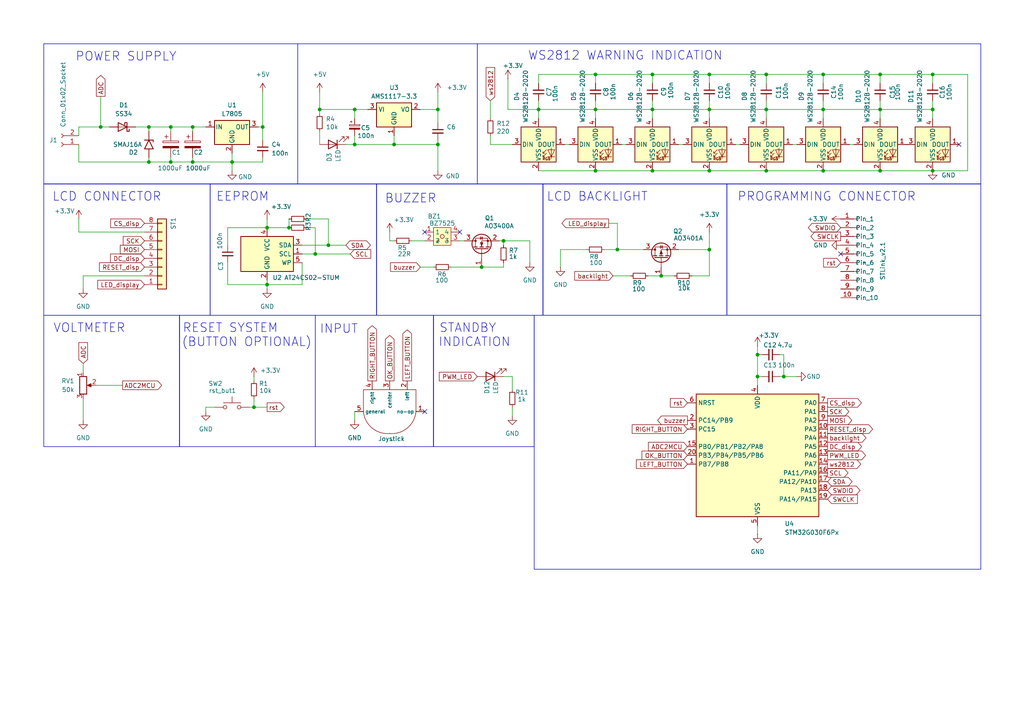
<source format=kicad_sch>
(kicad_sch (version 20250114) (generator "eeschema") (generator_version "9.0")
  (paper "A4")
  (rectangle (start 52.07 91.44) (end 91.44 129.54))
  (rectangle (start 12.7 12.7) (end 86.36 53.34))
  (rectangle (start 91.44 91.44) (end 125.73 129.54))
  (rectangle (start 154.94 91.44) (end 284.48 165.1))
  (rectangle (start 12.7 91.44) (end 52.07 129.54))
  (rectangle (start 109.22 53.34) (end 157.48 91.44))
  (rectangle (start 12.7 53.34) (end 60.96 91.44))
  (rectangle (start 86.36 12.7) (end 138.43 53.34))
  (rectangle (start 125.73 91.44) (end 154.94 129.54))
  (rectangle (start 157.48 53.34) (end 210.82 91.44))
  (rectangle (start 60.96 53.34) (end 109.22 91.44))
  (rectangle (start 138.43 12.7) (end 284.48 53.34))
  (rectangle (start 210.82 53.34) (end 284.48 91.44))
  (text "EEPROM" (at 70.358 57.15 0) (effects (font (size 2.54 2.54))))
  (text "PROGRAMMING CONNECTOR\n" (at 239.776 57.15 0) (effects (font (size 2.54 2.54))))
  (text "POWER SUPPLY" (at 36.576 16.51 0) (effects (font (size 2.54 2.54))))
  (text "LCD BACKLIGHT" (at 173.228 57.15 0) (effects (font (size 2.54 2.54))))
  (text "VOLTMETER" (at 25.908 95.25 0) (effects (font (size 2.54 2.54))))
  (text "WS2812 WARNING INDICATION" (at 181.356 16.256 0) (effects (font (size 2.54 2.54))))
  (text "RESET SYSTEM\n	(BUTTON OPTIONAL)" (at 66.802 97.282 0) (effects (font (size 2.54 2.54))))
  (text "INPUT" (at 98.298 95.504 0) (effects (font (size 2.54 2.54))))
  (text "BUZZER" (at 119.126 57.658 0) (effects (font (size 2.54 2.54))))
  (text "STANDBY \n INDICATION" (at 136.652 97.282 0) (effects (font (size 2.54 2.54))))
  (text "LCD CONNECTOR" (at 30.988 57.15 0) (effects (font (size 2.54 2.54))))
  (junction (at 127 41.91))
  (junction (at 76.2 36.83))
  (junction (at 127 31.75))
  (junction (at 172.72 49.53))
  (junction (at 49.53 46.99))
  (junction (at 179.07 72.39))
  (junction (at 95.25 71.12))
  (junction (at 172.72 21.59))
  (junction (at 205.74 72.39))
  (junction (at 49.53 36.83))
  (junction (at 55.88 46.99))
  (junction (at 77.47 66.04))
  (junction (at 238.76 49.53))
  (junction (at 146.05 69.85))
  (junction (at 172.72 31.75))
  (junction (at 222.25 31.75))
  (junction (at 91.44 73.66))
  (junction (at 255.27 31.75))
  (junction (at 222.25 21.59))
  (junction (at 114.3 41.91))
  (junction (at 77.47 82.55))
  (junction (at 255.27 49.53))
  (junction (at 227.33 109.22))
  (junction (at 189.23 21.59))
  (junction (at 270.51 21.59))
  (junction (at 102.87 41.91))
  (junction (at 205.74 21.59))
  (junction (at 43.18 46.99))
  (junction (at 55.88 36.83))
  (junction (at 29.21 36.83))
  (junction (at 43.18 36.83))
  (junction (at 189.23 31.75))
  (junction (at 255.27 21.59))
  (junction (at 205.74 31.75))
  (junction (at 83.82 66.04))
  (junction (at 92.71 31.75))
  (junction (at 222.25 49.53))
  (junction (at 189.23 49.53))
  (junction (at 270.51 49.53))
  (junction (at 67.31 46.99))
  (junction (at 238.76 21.59))
  (junction (at 219.71 109.22))
  (junction (at 191.77 80.01))
  (junction (at 205.74 49.53))
  (junction (at 270.51 31.75))
  (junction (at 73.66 118.11))
  (junction (at 238.76 31.75))
  (junction (at 139.7 77.47))
  (junction (at 219.71 102.87))
  (junction (at 156.21 31.75))
  (junction (at 102.87 31.75))
  (no_connect (at 133.35 67.31))
  (no_connect (at 123.19 67.31))
  (no_connect (at 243.84 73.66))
  (no_connect (at 123.19 119.38))
  (no_connect (at 278.13 41.91))
  (wire (pts (xy 220.98 102.87) (xy 219.71 102.87)))
  (wire (pts (xy 72.39 118.11) (xy 73.66 118.11)))
  (wire (pts (xy 146.05 71.12) (xy 146.05 69.85)))
  (wire (pts (xy 255.27 21.59) (xy 270.51 21.59)))
  (wire (pts (xy 191.77 80.01) (xy 195.58 80.01)))
  (wire (pts (xy 153.67 69.85) (xy 153.67 76.2)))
  (wire (pts (xy 49.53 36.83) (xy 55.88 36.83)))
  (wire (pts (xy 156.21 24.13) (xy 156.21 21.59)))
  (wire (pts (xy 187.96 80.01) (xy 191.77 80.01)))
  (wire (pts (xy 182.88 80.01) (xy 177.8 80.01)))
  (wire (pts (xy 43.18 45.72) (xy 43.18 46.99)))
  (wire (pts (xy 95.25 63.5) (xy 95.25 71.12)))
  (wire (pts (xy 179.07 64.77) (xy 179.07 72.39)))
  (wire (pts (xy 55.88 36.83) (xy 55.88 38.1)))
  (wire (pts (xy 238.76 49.53) (xy 255.27 49.53)))
  (wire (pts (xy 119.38 69.85) (xy 123.19 69.85)))
  (wire (pts (xy 133.35 69.85) (xy 134.62 69.85)))
  (wire (pts (xy 59.69 119.38) (xy 59.69 118.11)))
  (wire (pts (xy 205.74 67.31) (xy 205.74 72.39)))
  (wire (pts (xy 22.86 67.31) (xy 41.91 67.31)))
  (wire (pts (xy 77.47 82.55) (xy 77.47 83.82)))
  (wire (pts (xy 73.66 109.22) (xy 73.66 110.49)))
  (wire (pts (xy 219.71 109.22) (xy 219.71 111.76)))
  (wire (pts (xy 246.38 41.91) (xy 247.65 41.91)))
  (wire (pts (xy 102.87 31.75) (xy 102.87 34.29)))
  (wire (pts (xy 172.72 29.21) (xy 172.72 31.75)))
  (wire (pts (xy 49.53 45.72) (xy 49.53 46.99)))
  (wire (pts (xy 127 40.64) (xy 127 41.91)))
  (wire (pts (xy 148.59 41.91) (xy 142.24 41.91)))
  (wire (pts (xy 43.18 46.99) (xy 49.53 46.99)))
  (wire (pts (xy 49.53 46.99) (xy 55.88 46.99)))
  (wire (pts (xy 87.63 71.12) (xy 95.25 71.12)))
  (wire (pts (xy 205.74 49.53) (xy 222.25 49.53)))
  (wire (pts (xy 66.04 66.04) (xy 66.04 71.12)))
  (wire (pts (xy 189.23 29.21) (xy 189.23 31.75)))
  (wire (pts (xy 219.71 109.22) (xy 220.98 109.22)))
  (wire (pts (xy 92.71 26.67) (xy 92.71 31.75)))
  (wire (pts (xy 74.93 36.83) (xy 76.2 36.83)))
  (wire (pts (xy 127 41.91) (xy 127 49.53)))
  (wire (pts (xy 156.21 34.29) (xy 156.21 31.75)))
  (wire (pts (xy 102.87 41.91) (xy 114.3 41.91)))
  (wire (pts (xy 102.87 39.37) (xy 102.87 41.91)))
  (wire (pts (xy 156.21 31.75) (xy 172.72 31.75)))
  (wire (pts (xy 146.05 77.47) (xy 146.05 76.2)))
  (wire (pts (xy 219.71 152.4) (xy 219.71 154.94)))
  (wire (pts (xy 162.56 72.39) (xy 162.56 77.47)))
  (wire (pts (xy 76.2 36.83) (xy 76.2 40.64)))
  (wire (pts (xy 66.04 76.2) (xy 66.04 82.55)))
  (wire (pts (xy 213.36 41.91) (xy 214.63 41.91)))
  (wire (pts (xy 156.21 29.21) (xy 156.21 31.75)))
  (wire (pts (xy 100.33 41.91) (xy 102.87 41.91)))
  (wire (pts (xy 255.27 31.75) (xy 270.51 31.75)))
  (wire (pts (xy 189.23 49.53) (xy 205.74 49.53)))
  (wire (pts (xy 222.25 31.75) (xy 238.76 31.75)))
  (wire (pts (xy 49.53 36.83) (xy 49.53 38.1)))
  (wire (pts (xy 29.21 27.94) (xy 29.21 36.83)))
  (wire (pts (xy 66.04 66.04) (xy 77.47 66.04)))
  (wire (pts (xy 238.76 21.59) (xy 255.27 21.59)))
  (wire (pts (xy 73.66 118.11) (xy 77.47 118.11)))
  (wire (pts (xy 255.27 34.29) (xy 255.27 31.75)))
  (wire (pts (xy 222.25 24.13) (xy 222.25 21.59)))
  (wire (pts (xy 196.85 41.91) (xy 198.12 41.91)))
  (wire (pts (xy 238.76 34.29) (xy 238.76 31.75)))
  (wire (pts (xy 227.33 102.87) (xy 227.33 109.22)))
  (wire (pts (xy 229.87 41.91) (xy 231.14 41.91)))
  (wire (pts (xy 87.63 76.2) (xy 87.63 82.55)))
  (wire (pts (xy 87.63 82.55) (xy 77.47 82.55)))
  (wire (pts (xy 270.51 29.21) (xy 270.51 31.75)))
  (wire (pts (xy 270.51 21.59) (xy 280.67 21.59)))
  (wire (pts (xy 146.05 69.85) (xy 153.67 69.85)))
  (wire (pts (xy 196.85 72.39) (xy 205.74 72.39)))
  (wire (pts (xy 205.74 21.59) (xy 222.25 21.59)))
  (wire (pts (xy 176.53 64.77) (xy 179.07 64.77)))
  (wire (pts (xy 76.2 46.99) (xy 76.2 45.72)))
  (wire (pts (xy 139.7 77.47) (xy 146.05 77.47)))
  (wire (pts (xy 91.44 66.04) (xy 91.44 73.66)))
  (wire (pts (xy 67.31 44.45) (xy 67.31 46.99)))
  (wire (pts (xy 189.23 21.59) (xy 205.74 21.59)))
  (wire (pts (xy 219.71 102.87) (xy 219.71 109.22)))
  (wire (pts (xy 77.47 81.28) (xy 77.47 82.55)))
  (wire (pts (xy 205.74 34.29) (xy 205.74 31.75)))
  (wire (pts (xy 238.76 29.21) (xy 238.76 31.75)))
  (wire (pts (xy 172.72 21.59) (xy 189.23 21.59)))
  (wire (pts (xy 205.74 80.01) (xy 205.74 72.39)))
  (wire (pts (xy 83.82 63.5) (xy 83.82 66.04)))
  (wire (pts (xy 121.92 77.47) (xy 125.73 77.47)))
  (wire (pts (xy 121.92 31.75) (xy 127 31.75)))
  (wire (pts (xy 22.86 63.5) (xy 22.86 67.31)))
  (wire (pts (xy 270.51 34.29) (xy 270.51 31.75)))
  (wire (pts (xy 55.88 46.99) (xy 67.31 46.99)))
  (wire (pts (xy 222.25 21.59) (xy 238.76 21.59)))
  (wire (pts (xy 24.13 83.82) (xy 24.13 80.01)))
  (wire (pts (xy 142.24 29.21) (xy 142.24 34.29)))
  (wire (pts (xy 147.32 31.75) (xy 156.21 31.75)))
  (wire (pts (xy 222.25 49.53) (xy 238.76 49.53)))
  (wire (pts (xy 172.72 34.29) (xy 172.72 31.75)))
  (wire (pts (xy 102.87 31.75) (xy 106.68 31.75)))
  (wire (pts (xy 238.76 24.13) (xy 238.76 21.59)))
  (wire (pts (xy 88.9 66.04) (xy 91.44 66.04)))
  (wire (pts (xy 67.31 46.99) (xy 67.31 49.53)))
  (wire (pts (xy 148.59 109.22) (xy 146.05 109.22)))
  (wire (pts (xy 162.56 72.39) (xy 170.18 72.39)))
  (wire (pts (xy 205.74 31.75) (xy 222.25 31.75)))
  (wire (pts (xy 200.66 80.01) (xy 205.74 80.01)))
  (wire (pts (xy 91.44 73.66) (xy 87.63 73.66)))
  (wire (pts (xy 22.86 46.99) (xy 22.86 41.91)))
  (wire (pts (xy 102.87 121.92) (xy 102.87 119.38)))
  (wire (pts (xy 180.34 41.91) (xy 181.61 41.91)))
  (wire (pts (xy 22.86 36.83) (xy 22.86 39.37)))
  (wire (pts (xy 148.59 118.11) (xy 148.59 120.65)))
  (wire (pts (xy 55.88 45.72) (xy 55.88 46.99)))
  (wire (pts (xy 226.06 102.87) (xy 227.33 102.87)))
  (wire (pts (xy 22.86 46.99) (xy 43.18 46.99)))
  (wire (pts (xy 148.59 113.03) (xy 148.59 109.22)))
  (wire (pts (xy 24.13 80.01) (xy 41.91 80.01)))
  (wire (pts (xy 73.66 115.57) (xy 73.66 118.11)))
  (wire (pts (xy 172.72 31.75) (xy 189.23 31.75)))
  (wire (pts (xy 92.71 31.75) (xy 92.71 33.02)))
  (wire (pts (xy 92.71 38.1) (xy 92.71 41.91)))
  (wire (pts (xy 43.18 36.83) (xy 49.53 36.83)))
  (wire (pts (xy 55.88 36.83) (xy 59.69 36.83)))
  (wire (pts (xy 156.21 49.53) (xy 172.72 49.53)))
  (wire (pts (xy 205.74 24.13) (xy 205.74 21.59)))
  (wire (pts (xy 205.74 29.21) (xy 205.74 31.75)))
  (wire (pts (xy 179.07 72.39) (xy 186.69 72.39)))
  (wire (pts (xy 255.27 29.21) (xy 255.27 31.75)))
  (wire (pts (xy 77.47 63.5) (xy 77.47 66.04)))
  (wire (pts (xy 91.44 73.66) (xy 101.6 73.66)))
  (wire (pts (xy 280.67 21.59) (xy 280.67 49.53)))
  (wire (pts (xy 189.23 34.29) (xy 189.23 31.75)))
  (wire (pts (xy 255.27 49.53) (xy 270.51 49.53)))
  (wire (pts (xy 219.71 100.33) (xy 219.71 102.87)))
  (wire (pts (xy 172.72 24.13) (xy 172.72 21.59)))
  (wire (pts (xy 142.24 39.37) (xy 142.24 41.91)))
  (wire (pts (xy 24.13 115.57) (xy 24.13 121.92)))
  (wire (pts (xy 113.03 67.31) (xy 113.03 69.85)))
  (wire (pts (xy 144.78 69.85) (xy 146.05 69.85)))
  (wire (pts (xy 29.21 36.83) (xy 31.75 36.83)))
  (wire (pts (xy 163.83 41.91) (xy 165.1 41.91)))
  (wire (pts (xy 227.33 109.22) (xy 231.14 109.22)))
  (wire (pts (xy 238.76 31.75) (xy 255.27 31.75)))
  (wire (pts (xy 270.51 21.59) (xy 270.51 24.13)))
  (wire (pts (xy 130.81 77.47) (xy 139.7 77.47)))
  (wire (pts (xy 43.18 36.83) (xy 43.18 38.1)))
  (wire (pts (xy 222.25 29.21) (xy 222.25 31.75)))
  (wire (pts (xy 67.31 46.99) (xy 76.2 46.99)))
  (wire (pts (xy 92.71 31.75) (xy 102.87 31.75)))
  (wire (pts (xy 95.25 71.12) (xy 100.33 71.12)))
  (wire (pts (xy 156.21 21.59) (xy 172.72 21.59)))
  (wire (pts (xy 147.32 22.86) (xy 147.32 31.75)))
  (wire (pts (xy 114.3 39.37) (xy 114.3 41.91)))
  (wire (pts (xy 255.27 24.13) (xy 255.27 21.59)))
  (wire (pts (xy 59.69 118.11) (xy 62.23 118.11)))
  (wire (pts (xy 175.26 72.39) (xy 179.07 72.39)))
  (wire (pts (xy 66.04 82.55) (xy 77.47 82.55)))
  (wire (pts (xy 280.67 49.53) (xy 270.51 49.53)))
  (wire (pts (xy 113.03 69.85) (xy 114.3 69.85)))
  (wire (pts (xy 88.9 63.5) (xy 95.25 63.5)))
  (wire (pts (xy 189.23 24.13) (xy 189.23 21.59)))
  (wire (pts (xy 189.23 31.75) (xy 205.74 31.75)))
  (wire (pts (xy 39.37 36.83) (xy 43.18 36.83)))
  (wire (pts (xy 24.13 105.41) (xy 24.13 107.95)))
  (wire (pts (xy 127 31.75) (xy 127 26.67)))
  (wire (pts (xy 76.2 26.67) (xy 76.2 36.83)))
  (wire (pts (xy 172.72 49.53) (xy 189.23 49.53)))
  (wire (pts (xy 22.86 36.83) (xy 29.21 36.83)))
  (wire (pts (xy 27.94 111.76) (xy 35.56 111.76)))
  (wire (pts (xy 127 31.75) (xy 127 35.56)))
  (wire (pts (xy 114.3 41.91) (xy 127 41.91)))
  (wire (pts (xy 222.25 34.29) (xy 222.25 31.75)))
  (wire (pts (xy 226.06 109.22) (xy 227.33 109.22)))
  (wire (pts (xy 77.47 66.04) (xy 83.82 66.04)))
  (global_label "backlight" (shape input) (at 177.8 80.01 180) (property "Intersheetrefs" "${INTERSHEET_REFS}" (effects (hide yes))))
  (global_label "ADC2MCU" (shape output) (at 35.56 111.76 0) (property "Intersheetrefs" "${INTERSHEET_REFS}" (effects (hide yes))))
  (global_label "LEFT_BUTTON" (shape input) (at 199.39 134.62 180) (property "Intersheetrefs" "${INTERSHEET_REFS}" (effects (hide yes))))
  (global_label "SWDIO" (shape bidirectional) (at 240.03 142.24 0) (property "Intersheetrefs" "${INTERSHEET_REFS}" (effects (hide yes))))
  (global_label "SDA" (shape bidirectional) (at 100.33 71.12 0) (property "Intersheetrefs" "${INTERSHEET_REFS}" (effects (hide yes))))
  (global_label "LEFT_BUTTON" (shape output) (at 118.11 110.49 90) (property "Intersheetrefs" "${INTERSHEET_REFS}" (effects (hide yes))))
  (global_label "buzzer" (shape output) (at 199.39 121.92 180) (property "Intersheetrefs" "${INTERSHEET_REFS}" (effects (hide yes))))
  (global_label "PWM_LED" (shape input) (at 138.43 109.22 180) (property "Intersheetrefs" "${INTERSHEET_REFS}" (effects (hide yes))))
  (global_label "ws2812" (shape output) (at 240.03 134.62 0) (property "Intersheetrefs" "${INTERSHEET_REFS}" (effects (hide yes))))
  (global_label "ws2812" (shape input) (at 142.24 29.21 90) (property "Intersheetrefs" "${INTERSHEET_REFS}" (effects (hide yes))))
  (global_label "ADC2MCU" (shape input) (at 199.39 129.54 180) (property "Intersheetrefs" "${INTERSHEET_REFS}" (effects (hide yes))))
  (global_label "PWM_LED" (shape output) (at 240.03 132.08 0) (property "Intersheetrefs" "${INTERSHEET_REFS}" (effects (hide yes))))
  (global_label "RESET_disp" (shape output) (at 240.03 124.46 0) (property "Intersheetrefs" "${INTERSHEET_REFS}" (effects (hide yes))))
  (global_label "OK_BUTTON" (shape output) (at 113.03 110.49 90) (property "Intersheetrefs" "${INTERSHEET_REFS}" (effects (hide yes))))
  (global_label "MOSI" (shape output) (at 240.03 121.92 0) (property "Intersheetrefs" "${INTERSHEET_REFS}" (effects (hide yes))))
  (global_label "SWDIO" (shape bidirectional) (at 243.84 66.04 180) (property "Intersheetrefs" "${INTERSHEET_REFS}" (effects (hide yes))))
  (global_label "DC_disp" (shape input) (at 41.91 74.93 180) (property "Intersheetrefs" "${INTERSHEET_REFS}" (effects (hide yes))))
  (global_label "buzzer" (shape input) (at 121.92 77.47 180) (property "Intersheetrefs" "${INTERSHEET_REFS}" (effects (hide yes))))
  (global_label "SCL" (shape output) (at 240.03 137.16 0) (property "Intersheetrefs" "${INTERSHEET_REFS}" (effects (hide yes))))
  (global_label "OK_BUTTON" (shape input) (at 199.39 132.08 180) (property "Intersheetrefs" "${INTERSHEET_REFS}" (effects (hide yes))))
  (global_label "CS_disp" (shape output) (at 240.03 116.84 0) (property "Intersheetrefs" "${INTERSHEET_REFS}" (effects (hide yes))))
  (global_label "RIGHT_BUTTON" (shape output) (at 107.95 110.49 90) (property "Intersheetrefs" "${INTERSHEET_REFS}" (effects (hide yes))))
  (global_label "SWCLK" (shape output) (at 243.84 68.58 180) (property "Intersheetrefs" "${INTERSHEET_REFS}" (effects (hide yes))))
  (global_label "rst" (shape input) (at 199.39 116.84 180) (property "Intersheetrefs" "${INTERSHEET_REFS}" (effects (hide yes))))
  (global_label "DC_disp" (shape output) (at 240.03 129.54 0) (property "Intersheetrefs" "${INTERSHEET_REFS}" (effects (hide yes))))
  (global_label "CS_disp" (shape input) (at 41.91 64.77 180) (property "Intersheetrefs" "${INTERSHEET_REFS}" (effects (hide yes))))
  (global_label "rst" (shape input) (at 243.84 76.2 180) (property "Intersheetrefs" "${INTERSHEET_REFS}" (effects (hide yes))))
  (global_label "rst" (shape output) (at 77.47 118.11 0) (property "Intersheetrefs" "${INTERSHEET_REFS}" (effects (hide yes))))
  (global_label "RIGHT_BUTTON" (shape input) (at 199.39 124.46 180) (property "Intersheetrefs" "${INTERSHEET_REFS}" (effects (hide yes))))
  (global_label "SCL" (shape input) (at 101.6 73.66 0) (property "Intersheetrefs" "${INTERSHEET_REFS}" (effects (hide yes))))
  (global_label "SWCLK" (shape input) (at 240.03 144.78 0) (property "Intersheetrefs" "${INTERSHEET_REFS}" (effects (hide yes))))
  (global_label "SCK" (shape output) (at 240.03 119.38 0) (property "Intersheetrefs" "${INTERSHEET_REFS}" (effects (hide yes))))
  (global_label "MOSI" (shape input) (at 41.91 72.39 180) (property "Intersheetrefs" "${INTERSHEET_REFS}" (effects (hide yes))))
  (global_label "ADC" (shape input) (at 24.13 105.41 90) (property "Intersheetrefs" "${INTERSHEET_REFS}" (effects (hide yes))))
  (global_label "SDA" (shape bidirectional) (at 240.03 139.7 0) (property "Intersheetrefs" "${INTERSHEET_REFS}" (effects (hide yes))))
  (global_label "LED_display" (shape output) (at 176.53 64.77 180) (property "Intersheetrefs" "${INTERSHEET_REFS}" (effects (hide yes))))
  (global_label "ADC" (shape output) (at 29.21 27.94 90) (property "Intersheetrefs" "${INTERSHEET_REFS}" (effects (hide yes))))
  (global_label "backlight" (shape output) (at 240.03 127 0) (property "Intersheetrefs" "${INTERSHEET_REFS}" (effects (hide yes))))
  (global_label "LED_display" (shape input) (at 41.91 82.55 180) (property "Intersheetrefs" "${INTERSHEET_REFS}" (effects (hide yes))))
  (global_label "SCK" (shape input) (at 41.91 69.85 180) (property "Intersheetrefs" "${INTERSHEET_REFS}" (effects (hide yes))))
  (global_label "RESET_disp" (shape input) (at 41.91 77.47 180) (property "Intersheetrefs" "${INTERSHEET_REFS}" (effects (hide yes))))
  (symbol (lib_id "Switch:SW_Push") (at 67.31 118.11 0) (unit 1)
    (property "Reference" "rst_but1" (at 64.516 113.284 0))
    (property "Value" "SW2" (at 62.484 111.252 0))
    (property "Footprint" "Button_Switch_SMD:SW_SPST_PTS810" (effects (hide yes)))
    (property "Description" "Push button switch, generic, two pins" (effects (hide yes)))
  )
  (symbol (lib_id "power:GND") (at 77.47 83.82 0) (unit 1)
    (property "Reference" "#PWR09" (effects (hide yes)))
    (property "Value" "GND" (at 77.47 88.9 0))
    (property "Description" "Power symbol creates a global label with name \"GND\" , ground" (effects (hide yes)))
  )
  (symbol (lib_id "Regulator_Linear:AMS1117-3.3") (at 114.3 31.75 0) (unit 1)
    (property "Reference" "U3" (at 114.3 25.4 0))
    (property "Value" "AMS1117-3.3" (at 114.3 27.94 0))
    (property "Footprint" "Package_TO_SOT_SMD:SOT-223-3_TabPin2" (effects (hide yes)))
    (property "Datasheet" "http://www.advanced-monolithic.com/pdf/ds1117.pdf" (effects (hide yes)))
    (property "Description" "1A Low Dropout regulator, positive, 3.3V fixed output, SOT-223" (effects (hide yes)))
  )
  (symbol (lib_id "Device:C_Small") (at 189.23 26.67 0) (unit 1)
    (property "Reference" "C9" (at 192.532 27.94 90) (effects (justify left)))
    (property "Value" "100n" (at 194.564 28.702 90) (effects (justify left)))
    (property "Footprint" "Capacitor_SMD:C_0603_1608Metric" (effects (hide yes)))
    (property "Description" "Unpolarized capacitor, small symbol" (effects (hide yes)))
  )
  (symbol (lib_id "Device:C_Small") (at 255.27 26.67 0) (unit 1)
    (property "Reference" "C15" (at 258.826 28.702 90) (effects (justify left)))
    (property "Value" "100n" (at 260.35 29.21 90) (effects (justify left)))
    (property "Footprint" "Capacitor_SMD:C_0603_1608Metric" (effects (hide yes)))
    (property "Description" "Unpolarized capacitor, small symbol" (effects (hide yes)))
  )
  (symbol (lib_id "power:+3.3V") (at 205.74 67.31 0) (unit 1)
    (property "Reference" "#PWR018" (effects (hide yes)))
    (property "Value" "+3.3V" (at 205.74 62.23 0))
    (property "Description" "Power symbol creates a global label with name \"+3.3V\"" (effects (hide yes)))
  )
  (symbol (lib_id "Device:C_Polarized") (at 49.53 41.91 0) (unit 1)
    (property "Reference" "C1" (at 49.784 44.196 0) (effects (justify left)))
    (property "Value" "1000uF" (at 45.72 48.768 0) (effects (justify left)))
    (property "Footprint" "Capacitor_THT:CP_Radial_D10.0mm_P5.00mm" (effects (hide yes)))
    (property "Description" "Polarized capacitor" (effects (hide yes)))
  )
  (symbol (lib_id "Device:R_Small") (at 142.24 36.83 180) (unit 1)
    (property "Reference" "R12" (at 144.018 35.814 0) (effects (justify right)))
    (property "Value" "220" (at 144.018 38.1 0) (effects (justify right)))
    (property "Footprint" "Resistor_SMD:R_0805_2012Metric_Pad1.20x1.40mm_HandSolder" (effects (hide yes)))
    (property "Description" "Resistor, small symbol" (effects (hide yes)))
  )
  (symbol (lib_id "Device:R_Small") (at 73.66 113.03 0) (unit 1)
    (property "Reference" "R1" (at 76.454 111.252 0))
    (property "Value" "10k" (at 75.184 113.284 0) (effects (justify left)))
    (property "Footprint" "Resistor_SMD:R_0805_2012Metric_Pad1.20x1.40mm_HandSolder" (effects (hide yes)))
    (property "Description" "Resistor, small symbol" (effects (hide yes)))
  )
  (symbol (lib_id "power:GND") (at 231.14 109.22 90) (unit 1)
    (property "Reference" "#PWR021" (effects (hide yes)))
    (property "Value" "GND" (at 237.998 109.22 90) (effects (justify left)))
    (property "Description" "Power symbol creates a global label with name \"GND\" , ground" (effects (hide yes)))
  )
  (symbol (lib_id "power:GND") (at 270.51 49.53 0) (unit 1)
    (property "Reference" "#PWR024" (effects (hide yes)))
    (property "Value" "GND" (at 273.05 50.7999 0) (effects (justify left)))
    (property "Description" "Power symbol creates a global label with name \"GND\" , ground" (effects (hide yes)))
  )
  (symbol (lib_id "LED:WS2812B-2020") (at 156.21 41.91 0) (unit 1)
    (property "Reference" "D4" (at 149.8914 27.94 90))
    (property "Value" "WS2812B-2020" (at 152.4314 27.94 90))
    (property "Footprint" "LED_SMD:LED_WS2812B-2020_PLCC4_2.0x2.0mm" (effects (hide yes)))
    (property "Datasheet" "https://cdn-shop.adafruit.com/product-files/4684/4684_WS2812B-2020_V1.3_EN.pdf" (effects (hide yes)))
    (property "Description" "RGB LED with integrated controller, 2.0 x 2.0 mm, 12 mA" (effects (hide yes)))
  )
  (symbol (lib_id "Device:R_Small") (at 128.27 77.47 270) (unit 1)
    (property "Reference" "R6" (at 129.54 79.502 90) (effects (justify right)))
    (property "Value" "100" (at 130.048 81.28 90) (effects (justify right)))
    (property "Footprint" "Resistor_SMD:R_0805_2012Metric_Pad1.20x1.40mm_HandSolder" (effects (hide yes)))
    (property "Description" "Resistor, small symbol" (effects (hide yes)))
  )
  (symbol (lib_id "Device:C_Polarized_Small") (at 102.87 36.83 0) (unit 1)
    (property "Reference" "C5" (at 104.648 37.084 0) (effects (justify left)))
    (property "Value" "100n" (at 103.632 39.37 0) (effects (justify left)))
    (property "Footprint" "Capacitor_SMD:C_1210_3225Metric" (effects (hide yes)))
    (property "Description" "Polarized capacitor, small symbol" (effects (hide yes)))
  )
  (symbol (lib_id "power:+3.3V") (at 22.86 63.5 0) (unit 1)
    (property "Reference" "#PWR01" (effects (hide yes)))
    (property "Value" "+3.3V" (at 15.748 61.214 0) (effects (justify left)))
    (property "Description" "Power symbol creates a global label with name \"+3.3V\"" (effects (hide yes)))
  )
  (symbol (lib_id "MCU_ST_STM32G0:STM32G030F6Px") (at 219.71 132.08 0) (unit 1)
    (property "Reference" "U4" (at 227.584 151.892 0) (effects (justify left)))
    (property "Value" "STM32G030F6Px" (at 227.584 154.432 0) (effects (justify left)))
    (property "Footprint" "Package_SO:TSSOP-20_4.4x6.5mm_P0.65mm" (effects (hide yes)))
    (property "Datasheet" "https://www.st.com/resource/en/datasheet/stm32g030f6.pdf" (effects (hide yes)))
    (property "Description" "STMicroelectronics Arm Cortex-M0+ MCU, 32KB flash, 8KB RAM, 64 MHz, 2.0-3.6V, 17 GPIO, TSSOP20" (effects (hide yes)))
  )
  (symbol (lib_id "LED:WS2812B-2020") (at 222.25 41.91 0) (unit 1)
    (property "Reference" "D8" (at 215.9314 27.94 90))
    (property "Value" "WS2812B-2020" (at 218.4714 27.94 90))
    (property "Footprint" "LED_SMD:LED_WS2812B-2020_PLCC4_2.0x2.0mm" (effects (hide yes)))
    (property "Datasheet" "https://cdn-shop.adafruit.com/product-files/4684/4684_WS2812B-2020_V1.3_EN.pdf" (effects (hide yes)))
    (property "Description" "RGB LED with integrated controller, 2.0 x 2.0 mm, 12 mA" (effects (hide yes)))
  )
  (symbol (lib_id "LED:WS2812B-2020") (at 172.72 41.91 0) (unit 1)
    (property "Reference" "D5" (at 166.4014 27.94 90))
    (property "Value" "WS2812B-2020" (at 168.9414 27.94 90))
    (property "Footprint" "LED_SMD:LED_WS2812B-2020_PLCC4_2.0x2.0mm" (effects (hide yes)))
    (property "Datasheet" "https://cdn-shop.adafruit.com/product-files/4684/4684_WS2812B-2020_V1.3_EN.pdf" (effects (hide yes)))
    (property "Description" "RGB LED with integrated controller, 2.0 x 2.0 mm, 12 mA" (effects (hide yes)))
  )
  (symbol (lib_id "Device:R_Small") (at 116.84 69.85 90) (unit 1)
    (property "Reference" "R5" (at 115.316 71.882 90) (effects (justify right)))
    (property "Value" "22R" (at 115.316 73.66 90) (effects (justify right)))
    (property "Footprint" "Resistor_SMD:R_0805_2012Metric_Pad1.20x1.40mm_HandSolder" (effects (hide yes)))
    (property "Description" "Resistor, small symbol" (effects (hide yes)))
  )
  (symbol (lib_id "Device:C_Small") (at 172.72 26.67 180) (unit 1)
    (property "Reference" "C8" (at 175.768 26.67 90))
    (property "Value" "100n" (at 177.8 24.13 90) (effects (justify left)))
    (property "Footprint" "Capacitor_SMD:C_0603_1608Metric" (effects (hide yes)))
    (property "Description" "Unpolarized capacitor, small symbol" (effects (hide yes)))
  )
  (symbol (lib_id "Transistor_FET:AO3401A") (at 191.77 74.93 90) (unit 1)
    (property "Reference" "Q2" (at 196.596 67.056 90))
    (property "Value" "AO3401A" (at 199.644 69.088 90))
    (property "Footprint" "Package_TO_SOT_SMD:SOT-23" (effects (hide yes)))
    (property "Datasheet" "http://www.aosmd.com/pdfs/datasheet/AO3401A.pdf" (effects (hide yes)))
    (property "Description" "-4.0A Id, -30V Vds, P-Channel MOSFET, SOT-23" (effects (hide yes)))
  )
  (symbol (lib_id "Diode:SMAJ16A") (at 43.18 41.91 270) (unit 1)
    (property "Reference" "D2" (at 37.338 44.196 90) (effects (justify left)))
    (property "Value" "SMAJ16A" (at 32.766 41.91 90) (effects (justify left)))
    (property "Footprint" "Diode_SMD:D_SMB" (effects (hide yes)))
    (property "Datasheet" "https://www.littelfuse.com/media?resourcetype=datasheets&itemid=75e32973-b177-4ee3-a0ff-cedaf1abdb93&filename=smaj-datasheet" (effects (hide yes)))
    (property "Description" "400W unidirectional Transient Voltage Suppressor, 16.0Vr, SMA(DO-214AC)" (effects (hide yes)))
  )
  (symbol (lib_id "power:GND") (at 219.71 154.94 0) (unit 1)
    (property "Reference" "#PWR020" (effects (hide yes)))
    (property "Value" "GND" (at 219.71 160.02 0))
    (property "Description" "Power symbol creates a global label with name \"GND\" , ground" (effects (hide yes)))
  )
  (symbol (lib_id "power:+3.3V") (at 147.32 22.86 0) (unit 1)
    (property "Reference" "#PWR015" (effects (hide yes)))
    (property "Value" "+3.3V" (at 145.796 19.05 0) (effects (justify left)))
    (property "Description" "Power symbol creates a global label with name \"+3.3V\"" (effects (hide yes)))
  )
  (symbol (lib_id "Device:C_Small") (at 76.2 43.18 0) (unit 1)
    (property "Reference" "C4" (at 78.74 41.9162 0) (effects (justify left)))
    (property "Value" "100n" (at 78.74 44.4562 0) (effects (justify left)))
    (property "Footprint" "Capacitor_SMD:C_0805_2012Metric_Pad1.18x1.45mm_HandSolder" (effects (hide yes)))
    (property "Description" "Unpolarized capacitor, small symbol" (effects (hide yes)))
  )
  (symbol (lib_id "power:+3.3V") (at 219.71 100.33 0) (unit 1)
    (property "Reference" "#PWR019" (effects (hide yes)))
    (property "Value" "+3.3V" (at 219.964 97.282 0) (effects (justify left)))
    (property "Description" "Power symbol creates a global label with name \"+3.3V\"" (effects (hide yes)))
  )
  (symbol (lib_id "power:+3.3V") (at 243.84 63.5 90) (unit 1)
    (property "Reference" "#PWR026" (effects (hide yes)))
    (property "Value" "+3.3V" (at 240.03 63.4999 90) (effects (justify left)))
    (property "Description" "Power symbol creates a global label with name \"+3.3V\"" (effects (hide yes)))
  )
  (symbol (lib_id "My_Library:smd_buzzer7575") (at 128.27 68.58 0) (unit 1)
    (property "Reference" "BZ1" (at 125.984 62.738 0))
    (property "Value" "BZ7525" (at 128.27 64.77 0))
    (property "Footprint" "own_library:Buzzer_7525" (effects (hide yes)))
  )
  (symbol (lib_id "Transistor_FET:AO3400A") (at 139.7 72.39 90) (unit 1)
    (property "Reference" "Q1" (at 141.986 63.246 90))
    (property "Value" "AO3400A" (at 144.78 65.532 90))
    (property "Footprint" "Package_TO_SOT_SMD:SOT-23" (effects (hide yes)))
    (property "Datasheet" "http://www.aosmd.com/pdfs/datasheet/AO3400A.pdf" (effects (hide yes)))
    (property "Description" "30V Vds, 5.7A Id, N-Channel MOSFET, SOT-23" (effects (hide yes)))
  )
  (symbol (lib_id "Device:R_Small") (at 86.36 66.04 90) (unit 1)
    (property "Reference" "R3" (at 89.408 64.262 0) (effects (justify right)))
    (property "Value" "10k" (effects (hide yes)))
    (property "Footprint" "Resistor_SMD:R_0805_2012Metric_Pad1.20x1.40mm_HandSolder" (effects (hide yes)))
    (property "Description" "Resistor, small symbol" (effects (hide yes)))
  )
  (symbol (lib_id "Device:LED") (at 142.24 109.22 180) (unit 1)
    (property "Reference" "D12" (at 141.224 114.3 90) (effects (justify right)))
    (property "Value" "LED" (at 143.764 114.3 90) (effects (justify right)))
    (property "Footprint" "LED_SMD:LED_0603_1608Metric" (effects (hide yes)))
    (property "Description" "Light emitting diode" (effects (hide yes)))
  )
  (symbol (lib_id "LED:WS2812B-2020") (at 189.23 41.91 0) (unit 1)
    (property "Reference" "D6" (at 182.9114 27.94 90))
    (property "Value" "WS2812B-2020" (at 185.4514 27.94 90))
    (property "Footprint" "LED_SMD:LED_WS2812B-2020_PLCC4_2.0x2.0mm" (effects (hide yes)))
    (property "Datasheet" "https://cdn-shop.adafruit.com/product-files/4684/4684_WS2812B-2020_V1.3_EN.pdf" (effects (hide yes)))
    (property "Description" "RGB LED with integrated controller, 2.0 x 2.0 mm, 12 mA" (effects (hide yes)))
  )
  (symbol (lib_id "power:+3.3V") (at 127 26.67 0) (unit 1)
    (property "Reference" "#PWR013" (effects (hide yes)))
    (property "Value" "+3.3V" (at 129.54 25.3999 0) (effects (justify left)))
    (property "Description" "Power symbol creates a global label with name \"+3.3V\"" (effects (hide yes)))
  )
  (symbol (lib_id "Device:R_Potentiometer") (at 24.13 111.76 0) (unit 1)
    (property "Reference" "RV1" (at 21.59 110.4899 0) (effects (justify right)))
    (property "Value" "50k" (at 21.59 113.0299 0) (effects (justify right)))
    (property "Footprint" "Potentiometer_THT:Potentiometer_Runtron_RM-065_Vertical" (effects (hide yes)))
    (property "Description" "Potentiometer" (effects (hide yes)))
  )
  (symbol (lib_id "power:+5V") (at 92.71 26.67 0) (unit 1)
    (property "Reference" "#PWR010" (effects (hide yes)))
    (property "Value" "+5V" (at 92.71 21.59 0))
    (property "Description" "Power symbol creates a global label with name \"+5V\"" (effects (hide yes)))
  )
  (symbol (lib_id "LED:WS2812B-2020") (at 238.76 41.91 0) (unit 1)
    (property "Reference" "D9" (at 232.4414 27.94 90))
    (property "Value" "WS2812B-2020" (at 234.9814 27.94 90))
    (property "Footprint" "LED_SMD:LED_WS2812B-2020_PLCC4_2.0x2.0mm" (effects (hide yes)))
    (property "Datasheet" "https://cdn-shop.adafruit.com/product-files/4684/4684_WS2812B-2020_V1.3_EN.pdf" (effects (hide yes)))
    (property "Description" "RGB LED with integrated controller, 2.0 x 2.0 mm, 12 mA" (effects (hide yes)))
  )
  (symbol (lib_id "power:+5V") (at 76.2 26.67 0) (unit 1)
    (property "Reference" "#PWR07" (effects (hide yes)))
    (property "Value" "+5V" (at 76.2 21.59 0))
    (property "Description" "Power symbol creates a global label with name \"+5V\"" (effects (hide yes)))
  )
  (symbol (lib_id "Device:R_Small") (at 172.72 72.39 90) (unit 1)
    (property "Reference" "R8" (at 170.942 74.422 90) (effects (justify right)))
    (property "Value" "100" (at 170.942 76.2 90) (effects (justify right)))
    (property "Footprint" "Resistor_SMD:R_0805_2012Metric_Pad1.20x1.40mm_HandSolder" (effects (hide yes)))
    (property "Description" "Resistor, small symbol" (effects (hide yes)))
  )
  (symbol (lib_id "Device:C_Small") (at 238.76 26.67 0) (unit 1)
    (property "Reference" "C14" (at 241.808 28.702 90) (effects (justify left)))
    (property "Value" "100n" (at 243.84 29.21 90) (effects (justify left)))
    (property "Footprint" "Capacitor_SMD:C_0603_1608Metric" (effects (hide yes)))
    (property "Description" "Unpolarized capacitor, small symbol" (effects (hide yes)))
  )
  (symbol (lib_id "power:GND") (at 59.69 119.38 0) (unit 1)
    (property "Reference" "#PWR04" (effects (hide yes)))
    (property "Value" "GND" (at 59.69 124.46 0))
    (property "Description" "Power symbol creates a global label with name \"GND\" , ground" (effects (hide yes)))
  )
  (symbol (lib_id "power:GND") (at 24.13 83.82 0) (unit 1)
    (property "Reference" "#PWR02" (effects (hide yes)))
    (property "Value" "GND" (at 24.13 88.9 0))
    (property "Description" "Power symbol creates a global label with name \"GND\" , ground" (effects (hide yes)))
  )
  (symbol (lib_id "Device:C_Small") (at 222.25 26.67 0) (unit 1)
    (property "Reference" "C11" (at 225.806 28.702 90) (effects (justify left)))
    (property "Value" "100n" (at 227.838 28.956 90) (effects (justify left)))
    (property "Footprint" "Capacitor_SMD:C_0603_1608Metric" (effects (hide yes)))
    (property "Description" "Unpolarized capacitor, small symbol" (effects (hide yes)))
  )
  (symbol (lib_id "My_Library:SH1.0_10pin") (at 243.84 73.66 0) (unit 1)
    (property "Reference" "STLink_v2.1" (at 256.032 81.28 90) (effects (justify left)))
    (property "Value" "~" (at 250.19 76.1999 0) (effects (justify left)))
    (property "Footprint" "Connector_JST:JST_SH_SM10B-SRSS-TB_1x10-1MP_P1.00mm_Horizontal" (effects (hide yes)))
  )
  (symbol (lib_id "Device:C_Small") (at 223.52 109.22 270) (unit 1)
    (property "Reference" "C13" (at 225.298 105.918 90) (effects (justify right)))
    (property "Value" "100n" (at 230.632 105.918 90) (effects (justify right)))
    (property "Footprint" "Capacitor_SMD:C_0805_2012Metric_Pad1.18x1.45mm_HandSolder" (effects (hide yes)))
    (property "Description" "Unpolarized capacitor, small symbol" (effects (hide yes)))
  )
  (symbol (lib_id "LED:WS2812B-2020") (at 255.27 41.91 0) (unit 1)
    (property "Reference" "D10" (at 248.9514 27.94 90))
    (property "Value" "WS2812B-2020" (at 251.4914 27.94 90))
    (property "Footprint" "LED_SMD:LED_WS2812B-2020_PLCC4_2.0x2.0mm" (effects (hide yes)))
    (property "Datasheet" "https://cdn-shop.adafruit.com/product-files/4684/4684_WS2812B-2020_V1.3_EN.pdf" (effects (hide yes)))
    (property "Description" "RGB LED with integrated controller, 2.0 x 2.0 mm, 12 mA" (effects (hide yes)))
  )
  (symbol (lib_id "Device:R_Small") (at 148.59 115.57 0) (unit 1)
    (property "Reference" "R11" (at 151.384 113.792 0))
    (property "Value" "1k" (at 150.114 115.824 0) (effects (justify left)))
    (property "Footprint" "Resistor_SMD:R_0603_1608Metric" (effects (hide yes)))
    (property "Description" "Resistor, small symbol" (effects (hide yes)))
  )
  (symbol (lib_id "power:GND") (at 148.59 120.65 0) (unit 1)
    (property "Reference" "#PWR012" (effects (hide yes)))
    (property "Value" "GND" (at 148.59 125.73 0))
    (property "Description" "Power symbol creates a global label with name \"GND\" , ground" (effects (hide yes)))
  )
  (symbol (lib_id "power:+3.3V") (at 113.03 67.31 0) (unit 1)
    (property "Reference" "#PWR025" (effects (hide yes)))
    (property "Value" "+3.3V" (at 117.094 63.754 0))
    (property "Description" "Power symbol creates a global label with name \"+3.3V\"" (effects (hide yes)))
  )
  (symbol (lib_id "power:GND") (at 102.87 121.92 0) (unit 1)
    (property "Reference" "#PWR011" (effects (hide yes)))
    (property "Value" "GND" (at 102.87 127 0))
    (property "Description" "Power symbol creates a global label with name \"GND\" , ground" (effects (hide yes)))
  )
  (symbol (lib_id "power:GND") (at 162.56 77.47 0) (unit 1)
    (property "Reference" "#PWR017" (effects (hide yes)))
    (property "Value" "GND" (at 162.56 82.55 0))
    (property "Description" "Power symbol creates a global label with name \"GND\" , ground" (effects (hide yes)))
  )
  (symbol (lib_id "Device:R_Small") (at 92.71 35.56 180) (unit 1)
    (property "Reference" "R4" (at 94.488 34.544 0) (effects (justify right)))
    (property "Value" "10k" (at 94.488 36.83 0) (effects (justify right)))
    (property "Footprint" "Resistor_SMD:R_0805_2012Metric_Pad1.20x1.40mm_HandSolder" (effects (hide yes)))
    (property "Description" "Resistor, small symbol" (effects (hide yes)))
  )
  (symbol (lib_id "Diode:SS34") (at 35.56 36.83 180) (unit 1)
    (property "Reference" "D1" (at 35.8775 30.48 0))
    (property "Value" "SS34" (at 35.8775 33.02 0))
    (property "Footprint" "Diode_SMD:D_SMA" (effects (hide yes)))
    (property "Datasheet" "https://www.vishay.com/docs/88751/ss32.pdf" (effects (hide yes)))
    (property "Description" "40V 3A Schottky Diode, SMA" (effects (hide yes)))
  )
  (symbol (lib_id "power:GND") (at 24.13 121.92 0) (unit 1)
    (property "Reference" "#PWR03" (effects (hide yes)))
    (property "Value" "GND" (at 24.13 127 0))
    (property "Description" "Power symbol creates a global label with name \"GND\" , ground" (effects (hide yes)))
  )
  (symbol (lib_id "Device:R_Small") (at 198.12 80.01 90) (unit 1)
    (property "Reference" "R10" (at 196.342 82.042 90) (effects (justify right)))
    (property "Value" "10k" (at 196.596 83.566 90) (effects (justify right)))
    (property "Footprint" "Resistor_SMD:R_0805_2012Metric_Pad1.20x1.40mm_HandSolder" (effects (hide yes)))
    (property "Description" "Resistor, small symbol" (effects (hide yes)))
  )
  (symbol (lib_id "Device:C_Small") (at 205.74 26.67 0) (unit 1)
    (property "Reference" "C10" (at 209.042 28.702 90) (effects (justify left)))
    (property "Value" "100n" (at 211.074 28.956 90) (effects (justify left)))
    (property "Footprint" "Capacitor_SMD:C_0603_1608Metric" (effects (hide yes)))
    (property "Description" "Unpolarized capacitor, small symbol" (effects (hide yes)))
  )
  (symbol (lib_id "Device:R_Small") (at 146.05 73.66 180) (unit 1)
    (property "Reference" "R7" (at 147.574 72.644 0) (effects (justify right)))
    (property "Value" "1k" (at 147.574 74.422 0) (effects (justify right)))
    (property "Footprint" "Resistor_SMD:R_0805_2012Metric_Pad1.20x1.40mm_HandSolder" (effects (hide yes)))
    (property "Description" "Resistor, small symbol" (effects (hide yes)))
  )
  (symbol (lib_id "Device:R_Small") (at 185.42 80.01 270) (unit 1)
    (property "Reference" "R9" (at 186.182 82.042 90) (effects (justify right)))
    (property "Value" "100" (at 187.198 83.82 90) (effects (justify right)))
    (property "Footprint" "Resistor_SMD:R_0805_2012Metric_Pad1.20x1.40mm_HandSolder" (effects (hide yes)))
    (property "Description" "Resistor, small symbol" (effects (hide yes)))
  )
  (symbol (lib_id "Device:C_Small") (at 127 38.1 0) (unit 1)
    (property "Reference" "C6" (at 129.54 36.8362 0) (effects (justify left)))
    (property "Value" "2.2uF" (effects (hide yes)))
    (property "Footprint" "Capacitor_SMD:C_0805_2012Metric_Pad1.18x1.45mm_HandSolder" (effects (hide yes)))
    (property "Description" "Unpolarized capacitor, small symbol" (effects (hide yes)))
  )
  (symbol (lib_id "Memory_EEPROM:AT24CS02-STUM") (at 77.47 73.66 0) (unit 1)
    (property "Reference" "U2" (at 81.788 80.518 0) (effects (justify right)))
    (property "Value" "AT24CS02-STUM" (at 98.552 80.518 0) (effects (justify right)))
    (property "Footprint" "Package_TO_SOT_SMD:SOT-23-5_HandSoldering" (effects (hide yes)))
    (property "Datasheet" "http://ww1.microchip.com/downloads/en/DeviceDoc/Atmel-8815-SEEPROM-AT24CS01-02-Datasheet.pdf" (effects (hide yes)))
    (property "Description" "I2C Serial EEPROM, 2Kb (256x8) with Unique Serial Number, SOT-23-5" (effects (hide yes)))
  )
  (symbol (lib_id "Device:R_Small") (at 86.36 63.5 90) (unit 1)
    (property "Reference" "R2" (at 89.408 61.722 0) (effects (justify right)))
    (property "Value" "10k" (effects (hide yes)))
    (property "Footprint" "Resistor_SMD:R_0805_2012Metric_Pad1.20x1.40mm_HandSolder" (effects (hide yes)))
    (property "Description" "Resistor, small symbol" (effects (hide yes)))
  )
  (symbol (lib_id "LED:WS2812B-2020") (at 270.51 41.91 0) (unit 1)
    (property "Reference" "D11" (at 264.1914 27.94 90))
    (property "Value" "WS2812B-2020" (at 266.7314 27.94 90))
    (property "Footprint" "LED_SMD:LED_WS2812B-2020_PLCC4_2.0x2.0mm" (effects (hide yes)))
    (property "Datasheet" "https://cdn-shop.adafruit.com/product-files/4684/4684_WS2812B-2020_V1.3_EN.pdf" (effects (hide yes)))
    (property "Description" "RGB LED with integrated controller, 2.0 x 2.0 mm, 12 mA" (effects (hide yes)))
  )
  (symbol (lib_id "Regulator_Linear:L7805") (at 67.31 36.83 0) (unit 1)
    (property "Reference" "U1" (at 67.31 30.48 0))
    (property "Value" "L7805" (at 67.31 33.02 0))
    (property "Footprint" "Package_TO_SOT_SMD:TO-252-2" (effects (hide yes)))
    (property "Datasheet" "http://www.st.com/content/ccc/resource/technical/document/datasheet/41/4f/b3/b0/12/d4/47/88/CD00000444.pdf/files/CD00000444.pdf/jcr:content/translations/en.CD00000444.pdf" (effects (hide yes)))
    (property "Description" "Positive 1.5A 35V Linear Regulator, Fixed Output 5V, TO-220/TO-263/TO-252" (effects (hide yes)))
  )
  (symbol (lib_id "Device:LED") (at 96.52 41.91 180) (unit 1)
    (property "Reference" "D3" (at 95.504 46.99 90) (effects (justify right)))
    (property "Value" "LED" (at 98.044 46.99 90) (effects (justify right)))
    (property "Footprint" "LED_SMD:LED_0805_2012Metric_Pad1.15x1.40mm_HandSolder" (effects (hide yes)))
    (property "Description" "Light emitting diode" (effects (hide yes)))
  )
  (symbol (lib_id "power:+3.3V") (at 77.47 63.5 0) (unit 1)
    (property "Reference" "#PWR08" (effects (hide yes)))
    (property "Value" "+3.3V" (at 81.534 59.944 0))
    (property "Description" "Power symbol creates a global label with name \"+3.3V\"" (effects (hide yes)))
  )
  (symbol (lib_id "LED:WS2812B-2020") (at 205.74 41.91 0) (unit 1)
    (property "Reference" "D7" (at 199.4214 27.94 90))
    (property "Value" "WS2812B-2020" (at 201.9614 27.94 90))
    (property "Footprint" "LED_SMD:LED_WS2812B-2020_PLCC4_2.0x2.0mm" (effects (hide yes)))
    (property "Datasheet" "https://cdn-shop.adafruit.com/product-files/4684/4684_WS2812B-2020_V1.3_EN.pdf" (effects (hide yes)))
    (property "Description" "RGB LED with integrated controller, 2.0 x 2.0 mm, 12 mA" (effects (hide yes)))
  )
  (symbol (lib_id "My_Library:slider") (at 113.03 119.38 180) (unit 1)
    (property "Reference" "Joystick" (at 113.538 127.254 0))
    (property "Value" "~" (at 113.538 127.762 0))
    (property "Footprint" "own_library:slide_button" (effects (hide yes)))
  )
  (symbol (lib_id "Device:C_Small") (at 66.04 73.66 0) (unit 1)
    (property "Reference" "C3" (at 64.008 77.216 90))
    (property "Value" "100n" (at 63.754 69.85 90))
    (property "Footprint" "Capacitor_SMD:C_0805_2012Metric_Pad1.18x1.45mm_HandSolder" (effects (hide yes)))
    (property "Description" "Unpolarized capacitor, small symbol" (effects (hide yes)))
  )
  (symbol (lib_id "Device:C_Polarized") (at 55.88 41.91 0) (unit 1)
    (property "Reference" "C2" (at 56.134 44.196 0) (effects (justify left)))
    (property "Value" "1000uF" (at 53.848 48.768 0) (effects (justify left)))
    (property "Footprint" "Capacitor_THT:CP_Radial_D10.0mm_P5.00mm" (effects (hide yes)))
    (property "Description" "Polarized capacitor" (effects (hide yes)))
  )
  (symbol (lib_id "Device:C_Small") (at 156.21 26.67 180) (unit 1)
    (property "Reference" "C7" (at 159.258 26.67 90))
    (property "Value" "100n" (at 161.036 24.638 90) (effects (justify left)))
    (property "Footprint" "Capacitor_SMD:C_0603_1608Metric" (effects (hide yes)))
    (property "Description" "Unpolarized capacitor, small symbol" (effects (hide yes)))
  )
  (symbol (lib_id "power:GND") (at 243.84 71.12 270) (unit 1)
    (property "Reference" "#PWR027" (effects (hide yes)))
    (property "Value" "GND" (at 240.03 71.1199 90) (effects (justify right)))
    (property "Description" "Power symbol creates a global label with name \"GND\" , ground" (effects (hide yes)))
  )
  (symbol (lib_id "Connector:Conn_01x02_Socket") (at 17.78 41.91 180) (unit 1)
    (property "Reference" "J1" (at 15.494 40.64 0))
    (property "Value" "Conn_01x02_Socket" (at 18.288 27.432 90))
    (property "Footprint" "Connector_JST:JST_XH_B2B-XH-A_1x02_P2.50mm_Vertical" (effects (hide yes)))
    (property "Description" "Generic connector, single row, 01x02, script generated" (effects (hide yes)))
  )
  (symbol (lib_id "Device:C_Small") (at 270.51 26.67 0) (unit 1)
    (property "Reference" "C16" (at 273.304 28.702 90) (effects (justify left)))
    (property "Value" "100n" (at 275.336 29.21 90) (effects (justify left)))
    (property "Footprint" "Capacitor_SMD:C_0603_1608Metric" (effects (hide yes)))
    (property "Description" "Unpolarized capacitor, small symbol" (effects (hide yes)))
  )
  (symbol (lib_id "power:+3.3V") (at 73.66 109.22 0) (unit 1)
    (property "Reference" "#PWR06" (effects (hide yes)))
    (property "Value" "+3.3V" (at 75.438 107.442 0) (effects (justify left)))
    (property "Description" "Power symbol creates a global label with name \"+3.3V\"" (effects (hide yes)))
  )
  (symbol (lib_id "Device:C_Small") (at 223.52 102.87 270) (unit 1)
    (property "Reference" "C12" (at 225.298 100.076 90) (effects (justify right)))
    (property "Value" "4.7u" (at 229.87 100.076 90) (effects (justify right)))
    (property "Footprint" "Capacitor_SMD:C_0805_2012Metric_Pad1.18x1.45mm_HandSolder" (effects (hide yes)))
    (property "Description" "Unpolarized capacitor, small symbol" (effects (hide yes)))
  )
  (symbol (lib_id "power:GND") (at 153.67 76.2 0) (unit 1)
    (property "Reference" "#PWR016" (effects (hide yes)))
    (property "Value" "GND" (at 153.67 81.28 0))
    (property "Description" "Power symbol creates a global label with name \"GND\" , ground" (effects (hide yes)))
  )
  (symbol (lib_id "power:GND") (at 127 49.53 0) (unit 1)
    (property "Reference" "#PWR014" (effects (hide yes)))
    (property "Value" "GND" (at 131.318 51.054 0))
    (property "Description" "Power symbol creates a global label with name \"GND\" , ground" (effects (hide yes)))
  )
  (symbol (lib_id "Connector_Generic:Conn_01x08") (at 46.99 74.93 0) (mirror x) (unit 1)
    (property "Reference" "ST1" (at 50.292 62.992 90) (effects (justify left)))
    (property "Value" "display" (effects (hide yes)))
    (property "Footprint" "Connector_FFC-FPC:Hirose_FH12-8S-0.5SH_1x08-1MP_P0.50mm_Horizontal" (effects (hide yes)))
    (property "Description" "Generic connector, single row, 01x08, script generated (kicad-library-utils/schlib/autogen/connector/)" (effects (hide yes)))
  )
  (symbol (lib_id "power:GND") (at 67.31 49.53 0) (unit 1)
    (property "Reference" "#PWR05" (effects (hide yes)))
    (property "Value" "GND" (at 71.12 51.308 0))
    (property "Description" "Power symbol creates a global label with name \"GND\" , ground" (effects (hide yes)))
  )
)
</source>
